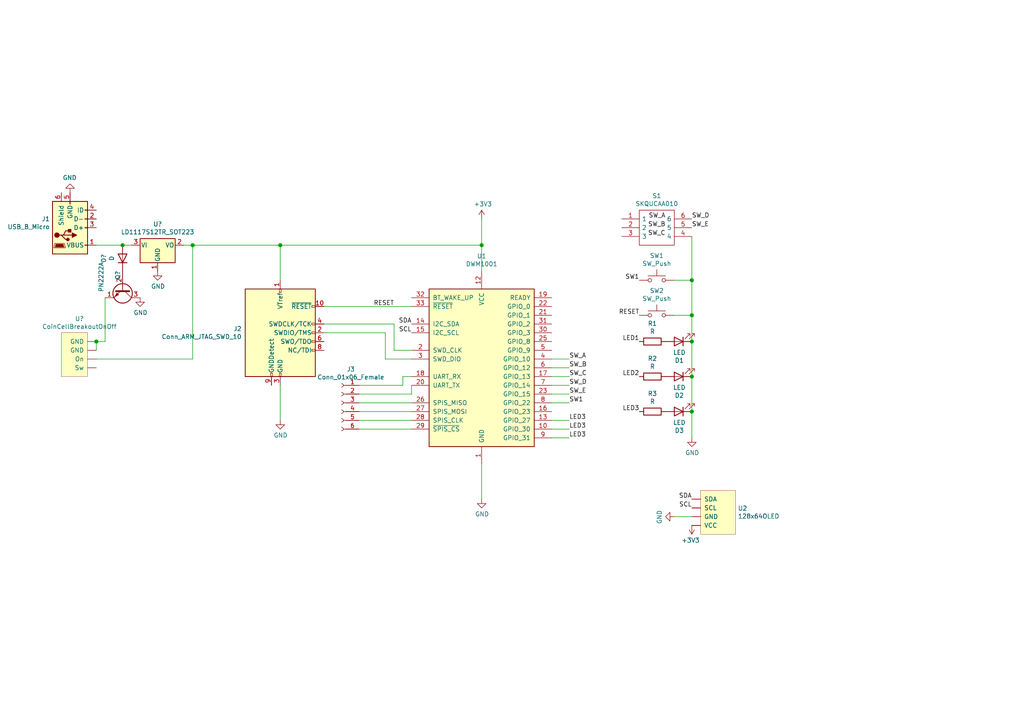
<source format=kicad_sch>
(kicad_sch (version 20200828) (generator eeschema)
  (page 1 1)
  (paper "A4")
  (lib_symbols
    (symbol "Connector:Conn_01x06_Female" (pin_names (offset 1.016) hide)
      (property "Reference" "J" (at 0 7.62 0))
      (property "Value" "Conn_01x06_Female" (at 0 -10.16 0))
      (symbol "Conn_01x06_Female_1_1"
        (arc (start 0 -7.112) (end 0 -8.128) (radius (at 0 -7.62) (length 0.508) (angles 90.1 -90.1)) (stroke (width 0.1524)))
        (arc (start 0 -4.572) (end 0 -5.588) (radius (at 0 -5.08) (length 0.508) (angles 90.1 -90.1)) (stroke (width 0.1524)))
        (arc (start 0 -2.032) (end 0 -3.048) (radius (at 0 -2.54) (length 0.508) (angles 90.1 -90.1)) (stroke (width 0.1524)))
        (arc (start 0 0.508) (end 0 -0.508) (radius (at 0 0) (length 0.508) (angles 90.1 -90.1)) (stroke (width 0.1524)))
        (arc (start 0 3.048) (end 0 2.032) (radius (at 0 2.54) (length 0.508) (angles 90.1 -90.1)) (stroke (width 0.1524)))
        (arc (start 0 5.588) (end 0 4.572) (radius (at 0 5.08) (length 0.508) (angles 90.1 -90.1)) (stroke (width 0.1524)))
        (polyline (pts (xy -1.27 -7.62) (xy -0.508 -7.62)) (stroke (width 0.1524)))
        (polyline (pts (xy -1.27 -5.08) (xy -0.508 -5.08)) (stroke (width 0.1524)))
        (polyline (pts (xy -1.27 -2.54) (xy -0.508 -2.54)) (stroke (width 0.1524)))
        (polyline (pts (xy -1.27 0) (xy -0.508 0)) (stroke (width 0.1524)))
        (polyline (pts (xy -1.27 2.54) (xy -0.508 2.54)) (stroke (width 0.1524)))
        (polyline (pts (xy -1.27 5.08) (xy -0.508 5.08)) (stroke (width 0.1524)))
        (pin passive line (at -5.08 5.08 0) (length 3.81) (name "Pin_1") (number "1"))
        (pin passive line (at -5.08 2.54 0) (length 3.81) (name "Pin_2") (number "2"))
        (pin passive line (at -5.08 0 0) (length 3.81) (name "Pin_3") (number "3"))
        (pin passive line (at -5.08 -2.54 0) (length 3.81) (name "Pin_4") (number "4"))
        (pin passive line (at -5.08 -5.08 0) (length 3.81) (name "Pin_5") (number "5"))
        (pin passive line (at -5.08 -7.62 0) (length 3.81) (name "Pin_6") (number "6"))
      )
    )
    (symbol "Connector:Conn_ARM_JTAG_SWD_10" (pin_names (offset 1.016))
      (property "Reference" "J" (at -2.54 16.51 0))
      (property "Value" "Conn_ARM_JTAG_SWD_10" (at -2.54 13.97 0))
      (symbol "Conn_ARM_JTAG_SWD_10_0_1"
        (rectangle (start -10.16 12.7) (end 10.16 -12.7) (stroke (width 0.254)) (fill (type background)))
        (rectangle (start -2.794 -12.7) (end -2.286 -11.684))
        (rectangle (start -0.254 -12.7) (end 0.254 -11.684))
        (rectangle (start -0.254 12.7) (end 0.254 11.684))
        (rectangle (start 9.144 2.286) (end 10.16 2.794))
        (rectangle (start 10.16 -2.794) (end 9.144 -2.286))
        (rectangle (start 10.16 -0.254) (end 9.144 0.254))
        (rectangle (start 10.16 7.874) (end 9.144 7.366))
      )
      (symbol "Conn_ARM_JTAG_SWD_10_1_1"
        (rectangle (start 9.144 -5.334) (end 10.16 -4.826))
        (pin power_in line (at 0 15.24 270) (length 2.54) (name "VTref") (number "1"))
        (pin open_collector line (at 12.7 7.62 180) (length 2.54) (name "~RESET~") (number "10"))
        (pin bidirectional line (at 12.7 0 180) (length 2.54) (name "SWDIO/TMS") (number "2"))
        (pin power_in line (at 0 -15.24 90) (length 2.54) (name "GND") (number "3"))
        (pin output line (at 12.7 2.54 180) (length 2.54) (name "SWDCLK/TCK") (number "4"))
        (pin passive line (at 0 -15.24 90) (length 2.54) hide (name "GND") (number "5"))
        (pin input line (at 12.7 -2.54 180) (length 2.54) (name "SWO/TDO") (number "6"))
        (pin unconnected line (at -10.16 0 0) (length 2.54) hide (name "KEY") (number "7"))
        (pin output line (at 12.7 -5.08 180) (length 2.54) (name "NC/TDI") (number "8"))
        (pin passive line (at -2.54 -15.24 90) (length 2.54) (name "GNDDetect") (number "9"))
      )
    )
    (symbol "Connector:USB_B_Micro" (pin_names (offset 1.016))
      (property "Reference" "J" (at -5.08 11.43 0))
      (property "Value" "USB_B_Micro" (at -5.08 8.89 0))
      (symbol "USB_B_Micro_0_1"
        (circle (center -3.81 2.159) (radius 0.635) (stroke (width 0.254)) (fill (type outline)))
        (circle (center -0.635 3.429) (radius 0.381) (stroke (width 0.254)) (fill (type outline)))
        (rectangle (start -5.08 -7.62) (end 5.08 7.62) (stroke (width 0.254)) (fill (type background)))
        (rectangle (start -0.127 -7.62) (end 0.127 -6.858))
        (rectangle (start 0.254 1.27) (end -0.508 0.508) (stroke (width 0.254)) (fill (type outline)))
        (rectangle (start 5.08 -5.207) (end 4.318 -4.953))
        (rectangle (start 5.08 -2.667) (end 4.318 -2.413))
        (rectangle (start 5.08 -0.127) (end 4.318 0.127))
        (rectangle (start 5.08 4.953) (end 4.318 5.207))
        (polyline (pts (xy -1.905 2.159) (xy 0.635 2.159)) (stroke (width 0.254)))
        (polyline (pts (xy -3.175 2.159) (xy -2.54 2.159) (xy -1.27 3.429) (xy -0.635 3.429)) (stroke (width 0.254)))
        (polyline (pts (xy -2.54 2.159) (xy -1.905 2.159) (xy -1.27 0.889) (xy 0 0.889)) (stroke (width 0.254)))
        (polyline (pts (xy 0.635 2.794) (xy 0.635 1.524) (xy 1.905 2.159) (xy 0.635 2.794)) (stroke (width 0.254)) (fill (type outline)))
        (polyline (pts (xy -4.318 5.588) (xy -1.778 5.588) (xy -2.032 4.826) (xy -4.064 4.826) (xy -4.318 5.588)) (fill (type outline)))
        (polyline (pts (xy -4.699 5.842) (xy -4.699 5.588) (xy -4.445 4.826) (xy -4.445 4.572) (xy -1.651 4.572) (xy -1.651 4.826) (xy -1.397 5.588) (xy -1.397 5.842) (xy -4.699 5.842)))
      )
      (symbol "USB_B_Micro_1_1"
        (pin power_out line (at 7.62 5.08 180) (length 2.54) (name "VBUS") (number "1"))
        (pin passive line (at 7.62 -2.54 180) (length 2.54) (name "D-") (number "2"))
        (pin passive line (at 7.62 0 180) (length 2.54) (name "D+") (number "3"))
        (pin passive line (at 7.62 -5.08 180) (length 2.54) (name "ID") (number "4"))
        (pin power_out line (at 0 -10.16 90) (length 2.54) (name "GND") (number "5"))
        (pin passive line (at -2.54 -10.16 90) (length 2.54) (name "Shield") (number "6"))
      )
    )
    (symbol "Device:D" (pin_numbers hide) (pin_names (offset 1.016) hide)
      (property "Reference" "D" (at 0 2.54 0))
      (property "Value" "D" (at 0 -2.54 0))
      (symbol "D_0_1"
        (polyline (pts (xy -1.27 1.27) (xy -1.27 -1.27)) (stroke (width 0.254)))
        (polyline (pts (xy 1.27 0) (xy -1.27 0)))
        (polyline (pts (xy 1.27 1.27) (xy 1.27 -1.27) (xy -1.27 0) (xy 1.27 1.27)) (stroke (width 0.254)))
      )
      (symbol "D_1_1"
        (pin passive line (at -3.81 0 0) (length 2.54) (name "K") (number "1"))
        (pin passive line (at 3.81 0 180) (length 2.54) (name "A") (number "2"))
      )
    )
    (symbol "Device:LED" (pin_numbers hide) (pin_names (offset 1.016) hide)
      (property "Reference" "D" (at 0 2.54 0))
      (property "Value" "LED" (at 0 -2.54 0))
      (symbol "LED_0_1"
        (polyline (pts (xy -1.27 -1.27) (xy -1.27 1.27)) (stroke (width 0.254)))
        (polyline (pts (xy -1.27 0) (xy 1.27 0)))
        (polyline (pts (xy 1.27 -1.27) (xy 1.27 1.27) (xy -1.27 0) (xy 1.27 -1.27)) (stroke (width 0.254)))
        (polyline (pts (xy -3.048 -0.762) (xy -4.572 -2.286) (xy -3.81 -2.286) (xy -4.572 -2.286) (xy -4.572 -1.524)))
        (polyline (pts (xy -1.778 -0.762) (xy -3.302 -2.286) (xy -2.54 -2.286) (xy -3.302 -2.286) (xy -3.302 -1.524)))
      )
      (symbol "LED_1_1"
        (pin passive line (at -3.81 0 0) (length 2.54) (name "K") (number "1"))
        (pin passive line (at 3.81 0 180) (length 2.54) (name "A") (number "2"))
      )
    )
    (symbol "Device:R" (pin_numbers hide) (pin_names (offset 0))
      (property "Reference" "R" (at 2.032 0 90))
      (property "Value" "R" (at 0 0 90))
      (symbol "R_0_1"
        (rectangle (start -1.016 -2.54) (end 1.016 2.54) (stroke (width 0.254)))
      )
      (symbol "R_1_1"
        (pin passive line (at 0 3.81 270) (length 1.27) (name "~") (number "1"))
        (pin passive line (at 0 -3.81 90) (length 1.27) (name "~") (number "2"))
      )
    )
    (symbol "RF_Module:DWM1001" (pin_names (offset 1.016))
      (property "Reference" "U" (at -12.7 27.94 0))
      (property "Value" "DWM1001" (at -12.7 25.4 0))
      (symbol "DWM1001_0_1"
        (rectangle (start 15.24 22.86) (end -15.24 -22.86) (stroke (width 0.254)) (fill (type background)))
      )
      (symbol "DWM1001_1_1"
        (pin power_in line (at 0 -27.94 90) (length 5.08) (name "GND") (number "1"))
        (pin bidirectional line (at 20.32 -17.78 180) (length 5.08) (name "GPIO_30") (number "10"))
        (pin passive line (at 0 -27.94 90) (length 5.08) hide (name "GND") (number "11"))
        (pin power_in line (at 0 27.94 270) (length 5.08) (name "VCC") (number "12"))
        (pin bidirectional line (at 20.32 -15.24 180) (length 5.08) (name "GPIO_27") (number "13"))
        (pin bidirectional line (at -20.32 12.7 0) (length 5.08) (name "I2C_SDA") (number "14"))
        (pin output line (at -20.32 10.16 0) (length 5.08) (name "I2C_SCL") (number "15"))
        (pin bidirectional line (at 20.32 -12.7 180) (length 5.08) (name "GPIO_23") (number "16"))
        (pin bidirectional line (at 20.32 -2.54 180) (length 5.08) (name "GPIO_13") (number "17"))
        (pin input line (at -20.32 -2.54 0) (length 5.08) (name "UART_RX") (number "18"))
        (pin output line (at 20.32 20.32 180) (length 5.08) (name "READY") (number "19"))
        (pin input line (at -20.32 5.08 0) (length 5.08) (name "SWD_CLK") (number "2"))
        (pin output line (at -20.32 -5.08 0) (length 5.08) (name "UART_TX") (number "20"))
        (pin bidirectional line (at 20.32 15.24 180) (length 5.08) (name "GPIO_1") (number "21"))
        (pin bidirectional line (at 20.32 17.78 180) (length 5.08) (name "GPIO_0") (number "22"))
        (pin bidirectional line (at 20.32 -7.62 180) (length 5.08) (name "GPIO_15") (number "23"))
        (pin passive line (at 0 -27.94 90) (length 5.08) hide (name "GND") (number "24"))
        (pin bidirectional line (at 20.32 7.62 180) (length 5.08) (name "GPIO_8") (number "25"))
        (pin output line (at -20.32 -10.16 0) (length 5.08) (name "SPIS_MISO") (number "26"))
        (pin tri_state line (at -20.32 -12.7 0) (length 5.08) (name "SPIS_MOSI") (number "27"))
        (pin input line (at -20.32 -15.24 0) (length 5.08) (name "SPIS_CLK") (number "28"))
        (pin input line (at -20.32 -17.78 0) (length 5.08) (name "~SPIS_CS") (number "29"))
        (pin bidirectional line (at -20.32 2.54 0) (length 5.08) (name "SWD_DIO") (number "3"))
        (pin bidirectional line (at 20.32 10.16 180) (length 5.08) (name "GPIO_3") (number "30"))
        (pin bidirectional line (at 20.32 12.7 180) (length 5.08) (name "GPIO_2") (number "31"))
        (pin input line (at -20.32 20.32 0) (length 5.08) (name "BT_WAKE_UP") (number "32"))
        (pin input line (at -20.32 17.78 0) (length 5.08) (name "~RESET") (number "33"))
        (pin passive line (at 0 -27.94 90) (length 5.08) hide (name "GND") (number "34"))
        (pin bidirectional line (at 20.32 2.54 180) (length 5.08) (name "GPIO_10") (number "4"))
        (pin bidirectional line (at 20.32 5.08 180) (length 5.08) (name "GPIO_9") (number "5"))
        (pin bidirectional line (at 20.32 0 180) (length 5.08) (name "GPIO_12") (number "6"))
        (pin bidirectional line (at 20.32 -5.08 180) (length 5.08) (name "GPIO_14") (number "7"))
        (pin bidirectional line (at 20.32 -10.16 180) (length 5.08) (name "GPIO_22") (number "8"))
        (pin bidirectional line (at 20.32 -20.32 180) (length 5.08) (name "GPIO_31") (number "9"))
      )
    )
    (symbol "Regulator_Linear:LD1117S12TR_SOT223" (pin_names (offset 0.254))
      (property "Reference" "U" (at -3.81 3.175 0))
      (property "Value" "LD1117S12TR_SOT223" (at 0 3.175 0))
      (symbol "LD1117S12TR_SOT223_0_1"
        (rectangle (start -5.08 -5.08) (end 5.08 1.905) (stroke (width 0.254)) (fill (type background)))
      )
      (symbol "LD1117S12TR_SOT223_1_1"
        (pin power_in line (at 0 -7.62 90) (length 2.54) (name "GND") (number "1"))
        (pin power_out line (at 7.62 0 180) (length 2.54) (name "VO") (number "2"))
        (pin power_in line (at -7.62 0 0) (length 2.54) (name "VI") (number "3"))
      )
    )
    (symbol "Switch:SW_Push" (pin_numbers hide) (pin_names (offset 1.016) hide)
      (property "Reference" "SW" (at 1.27 2.54 0))
      (property "Value" "SW_Push" (at 0 -1.524 0))
      (symbol "SW_Push_0_1"
        (circle (center -2.032 0) (radius 0.508))
        (circle (center 2.032 0) (radius 0.508))
        (polyline (pts (xy 0 1.27) (xy 0 3.048)))
        (polyline (pts (xy 2.54 1.27) (xy -2.54 1.27)))
        (pin passive line (at -5.08 0 0) (length 2.54) (name "1") (number "1"))
        (pin passive line (at 5.08 0 180) (length 2.54) (name "2") (number "2"))
      )
    )
    (symbol "Transistor_BJT:PN2222A" (pin_names (offset 0) hide)
      (property "Reference" "Q" (at 5.08 1.905 0))
      (property "Value" "PN2222A" (at 5.08 0 0))
      (symbol "PN2222A_0_1"
        (circle (center 1.27 0) (radius 2.8194) (stroke (width 0.254)))
        (polyline (pts (xy 0 0) (xy 0.635 0)))
        (polyline (pts (xy 2.54 -2.54) (xy 0.635 -0.635)))
        (polyline (pts (xy 2.54 2.54) (xy 0.635 0.635)))
        (polyline (pts (xy 0.635 1.905) (xy 0.635 -1.905) (xy 0.635 -1.905)) (stroke (width 0.508)))
        (polyline (pts (xy 2.413 -2.413) (xy 1.905 -1.905) (xy 1.905 -1.905)))
        (polyline (pts (xy 1.143 -1.651) (xy 1.651 -1.143) (xy 2.159 -2.159) (xy 1.143 -1.651) (xy 1.143 -1.651)) (fill (type outline)))
      )
      (symbol "PN2222A_1_1"
        (pin passive line (at 2.54 -5.08 90) (length 2.54) (name "E") (number "1"))
        (pin input line (at -5.08 0 0) (length 5.08) (name "B") (number "2"))
        (pin passive line (at 2.54 5.08 270) (length 2.54) (name "C") (number "3"))
      )
    )
    (symbol "mobile-tag-schematics:128x64OLED" (pin_names (offset 1.016))
      (property "Reference" "U" (at 1.27 -6.35 0))
      (property "Value" "128x64OLED" (at 1.27 -8.89 0))
      (symbol "128x64OLED_0_1"
        (rectangle (start -5.08 0) (end 7.62 -10.16) (stroke (width 0.001)) (fill (type background)))
      )
      (symbol "128x64OLED_1_1"
        (pin bidirectional line (at -2.54 2.54 270) (length 2.54) (name "VCC") (number ""))
        (pin bidirectional line (at 0 2.54 270) (length 2.54) (name "GND") (number ""))
        (pin bidirectional line (at 2.54 2.54 270) (length 2.54) (name "SCL") (number ""))
        (pin bidirectional line (at 5.08 2.54 270) (length 2.54) (name "SDA") (number ""))
      )
    )
    (symbol "mobile-tag-schematics:CoinCellBreakoutOnOff" (pin_names (offset 1.016))
      (property "Reference" "U" (at 10.16 12.7 0))
      (property "Value" "CoinCellBreakoutOnOff" (at -2.54 12.7 0))
      (symbol "CoinCellBreakoutOnOff_0_1"
        (rectangle (start -7.62 -5.08) (end 5.08 -12.7) (stroke (width 0.001)) (fill (type background)))
      )
      (symbol "CoinCellBreakoutOnOff_1_1"
        (pin bidirectional line (at 2.54 -2.54 270) (length 2.54) (name "Sw") (number ""))
        (pin bidirectional line (at 0 -2.54 270) (length 2.54) (name "On") (number ""))
        (pin bidirectional line (at -5.08 -2.54 270) (length 2.54) (name "GND") (number ""))
        (pin bidirectional line (at -2.54 -2.54 270) (length 2.54) (name "GND") (number ""))
      )
    )
    (symbol "mobile-tag-schematics:SKQUCAA010" (pin_names (offset 0.762))
      (property "Reference" "S" (at 16.51 7.62 0))
      (property "Value" "SKQUCAA010" (at 16.51 5.08 0))
      (symbol "SKQUCAA010_0_1"
        (polyline (pts (xy 5.08 2.54) (xy 15.24 2.54) (xy 15.24 -7.62) (xy 5.08 -7.62) (xy 5.08 2.54)) (stroke (width 0.1524)))
      )
      (symbol "SKQUCAA010_0_0"
        (pin passive line (at 0 0 0) (length 5.08) (name "1") (number "1"))
        (pin passive line (at 0 -2.54 0) (length 5.08) (name "2") (number "2"))
        (pin passive line (at 0 -5.08 0) (length 5.08) (name "3") (number "3"))
        (pin passive line (at 20.32 -5.08 180) (length 5.08) (name "4") (number "4"))
        (pin passive line (at 20.32 -2.54 180) (length 5.08) (name "5") (number "5"))
        (pin passive line (at 20.32 0 180) (length 5.08) (name "6") (number "6"))
      )
    )
    (symbol "power:+3.3V" (power) (pin_names (offset 0))
      (property "Value" "+3.3V" (at 0 3.556 0))
      (symbol "+3.3V_0_1"
        (polyline (pts (xy -0.762 1.27) (xy 0 2.54)))
        (polyline (pts (xy 0 0) (xy 0 2.54)))
        (polyline (pts (xy 0 2.54) (xy 0.762 1.27)))
      )
      (symbol "+3.3V_1_1"
        (pin power_in line (at 0 0 90) (length 0) hide (name "+3V3") (number "1"))
      )
    )
    (symbol "power:GND" (power) (pin_names (offset 0))
      (property "Value" "GND" (at 0 -3.81 0))
      (symbol "GND_0_1"
        (polyline (pts (xy 0 0) (xy 0 -1.27) (xy 1.27 -1.27) (xy 0 -2.54) (xy -1.27 -1.27) (xy 0 -1.27)))
      )
      (symbol "GND_1_1"
        (pin power_in line (at 0 0 270) (length 0) hide (name "GND") (number "1"))
      )
    )
  )
  (junction (at 27.94 99.06) (diameter 1.016))
  (junction (at 35.56 71.12) (diameter 1.016))
  (junction (at 55.88 71.12) (diameter 1.016))
  (junction (at 81.28 71.12) (diameter 1.016))
  (junction (at 139.7 71.12) (diameter 1.016))
  (junction (at 200.66 81.28) (diameter 1.016))
  (junction (at 200.66 91.44) (diameter 1.016))
  (junction (at 200.66 99.06) (diameter 1.016))
  (junction (at 200.66 109.22) (diameter 1.016))
  (junction (at 200.66 119.38) (diameter 1.016))
  (wire (pts (xy 27.94 71.12) (xy 35.56 71.12)))
  (wire (pts (xy 27.94 99.06) (xy 27.94 101.6)))
  (wire (pts (xy 27.94 104.14) (xy 55.88 104.14)))
  (wire (pts (xy 30.48 86.36) (xy 30.48 99.06)))
  (wire (pts (xy 30.48 99.06) (xy 27.94 99.06)))
  (wire (pts (xy 35.56 71.12) (xy 38.1 71.12)))
  (wire (pts (xy 53.34 71.12) (xy 55.88 71.12)))
  (wire (pts (xy 55.88 71.12) (xy 81.28 71.12)))
  (wire (pts (xy 55.88 104.14) (xy 55.88 71.12)))
  (wire (pts (xy 81.28 71.12) (xy 139.7 71.12)))
  (wire (pts (xy 81.28 81.28) (xy 81.28 71.12)))
  (wire (pts (xy 81.28 111.76) (xy 81.28 121.92)))
  (wire (pts (xy 93.98 88.9) (xy 119.38 88.9)))
  (wire (pts (xy 93.98 93.98) (xy 114.3 93.98)))
  (wire (pts (xy 93.98 96.52) (xy 111.76 96.52)))
  (wire (pts (xy 104.14 111.76) (xy 116.84 111.76)))
  (wire (pts (xy 104.14 114.3) (xy 119.38 114.3)))
  (wire (pts (xy 104.14 116.84) (xy 119.38 116.84)))
  (wire (pts (xy 104.14 119.38) (xy 119.38 119.38)))
  (wire (pts (xy 104.14 121.92) (xy 119.38 121.92)))
  (wire (pts (xy 104.14 124.46) (xy 119.38 124.46)))
  (wire (pts (xy 111.76 96.52) (xy 111.76 104.14)))
  (wire (pts (xy 111.76 104.14) (xy 119.38 104.14)))
  (wire (pts (xy 114.3 93.98) (xy 114.3 101.6)))
  (wire (pts (xy 114.3 101.6) (xy 119.38 101.6)))
  (wire (pts (xy 116.84 109.22) (xy 119.38 109.22)))
  (wire (pts (xy 116.84 111.76) (xy 116.84 109.22)))
  (wire (pts (xy 119.38 114.3) (xy 119.38 111.76)))
  (wire (pts (xy 139.7 63.5) (xy 139.7 71.12)))
  (wire (pts (xy 139.7 71.12) (xy 139.7 78.74)))
  (wire (pts (xy 139.7 134.62) (xy 139.7 144.78)))
  (wire (pts (xy 160.02 104.14) (xy 165.1 104.14)))
  (wire (pts (xy 160.02 106.68) (xy 165.1 106.68)))
  (wire (pts (xy 160.02 109.22) (xy 165.1 109.22)))
  (wire (pts (xy 160.02 111.76) (xy 165.1 111.76)))
  (wire (pts (xy 160.02 114.3) (xy 165.1 114.3)))
  (wire (pts (xy 160.02 116.84) (xy 165.1 116.84)))
  (wire (pts (xy 160.02 121.92) (xy 165.1 121.92)))
  (wire (pts (xy 160.02 124.46) (xy 165.1 124.46)))
  (wire (pts (xy 160.02 127) (xy 165.1 127)))
  (wire (pts (xy 195.58 81.28) (xy 200.66 81.28)))
  (wire (pts (xy 195.58 91.44) (xy 200.66 91.44)))
  (wire (pts (xy 195.58 149.86) (xy 200.66 149.86)))
  (wire (pts (xy 200.66 68.58) (xy 200.66 81.28)))
  (wire (pts (xy 200.66 91.44) (xy 200.66 81.28)))
  (wire (pts (xy 200.66 99.06) (xy 200.66 91.44)))
  (wire (pts (xy 200.66 99.06) (xy 200.66 109.22)))
  (wire (pts (xy 200.66 109.22) (xy 200.66 119.38)))
  (wire (pts (xy 200.66 119.38) (xy 200.66 127)))
  (label "RESET" (at 114.3 88.9 180))
  (label "SDA" (at 119.38 93.98 180))
  (label "SCL" (at 119.38 96.52 180))
  (label "SW_A" (at 165.1 104.14 0))
  (label "SW_B" (at 165.1 106.68 0))
  (label "SW_C" (at 165.1 109.22 0))
  (label "SW_D" (at 165.1 111.76 0))
  (label "SW_E" (at 165.1 114.3 0))
  (label "SW1" (at 165.1 116.84 0))
  (label "LED3" (at 165.1 121.92 0))
  (label "LED3" (at 165.1 124.46 0))
  (label "LED3" (at 165.1 127 0))
  (label "SW1" (at 185.42 81.28 180))
  (label "RESET" (at 185.42 91.44 180))
  (label "LED1" (at 185.42 99.06 180))
  (label "LED2" (at 185.42 109.22 180))
  (label "LED3" (at 185.42 119.38 180))
  (label "SW_A" (at 193.04 63.5 180))
  (label "SW_B" (at 193.04 66.04 180))
  (label "SW_C" (at 193.04 68.58 180))
  (label "SW_D" (at 200.66 63.5 0))
  (label "SW_E" (at 200.66 66.04 0))
  (label "SDA" (at 200.66 144.78 180))
  (label "SCL" (at 200.66 147.32 180))
  (symbol (lib_id "power:+3.3V") (at 139.7 63.5 0) (unit 1)
    (property "Reference" "#PWR?" (effects hide))
    (property "Value" "+3.3V" (at 140.0683 59.1756 0))
  )
  (symbol (lib_id "power:+3.3V") (at 200.66 152.4 180) (unit 1)
    (property "Reference" "#PWR?" (effects hide))
    (property "Value" "+3.3V" (at 200.2917 156.7244 0))
  )
  (symbol (lib_id "power:GND") (at 20.32 55.88 180) (unit 1)
    (property "Reference" "#PWR?" (effects hide))
    (property "Value" "GND" (at 20.2057 51.5556 0))
  )
  (symbol (lib_id "power:GND") (at 40.64 86.36 0) (unit 1)
    (property "Reference" "#PWR?" (effects hide))
    (property "Value" "GND" (at 40.7543 90.6844 0))
  )
  (symbol (lib_id "power:GND") (at 45.72 78.74 0) (unit 1)
    (property "Reference" "#PWR?" (effects hide))
    (property "Value" "GND" (at 45.8343 83.0644 0))
  )
  (symbol (lib_id "power:GND") (at 81.28 121.92 0) (unit 1)
    (property "Reference" "#PWR0104" (effects hide))
    (property "Value" "GND" (at 81.3943 126.2444 0))
  )
  (symbol (lib_id "power:GND") (at 139.7 144.78 0) (unit 1)
    (property "Reference" "#PWR0101" (effects hide))
    (property "Value" "GND" (at 139.8143 149.1044 0))
  )
  (symbol (lib_id "power:GND") (at 195.58 149.86 270) (unit 1)
    (property "Reference" "#PWR0102" (effects hide))
    (property "Value" "GND" (at 191.2556 149.9743 0))
  )
  (symbol (lib_id "power:GND") (at 200.66 127 0) (unit 1)
    (property "Reference" "#PWR0103" (effects hide))
    (property "Value" "GND" (at 200.7743 131.3244 0))
  )
  (symbol (lib_id "Device:R") (at 189.23 99.06 270) (unit 1)
    (property "Reference" "R1" (at 189.23 93.8338 90))
    (property "Value" "R" (at 189.23 96.1325 90))
  )
  (symbol (lib_id "Device:R") (at 189.23 109.22 270) (unit 1)
    (property "Reference" "R2" (at 189.23 103.9938 90))
    (property "Value" "R" (at 189.23 106.2925 90))
  )
  (symbol (lib_id "Device:R") (at 189.23 119.38 270) (unit 1)
    (property "Reference" "R3" (at 189.23 114.1538 90))
    (property "Value" "R" (at 189.23 116.4525 90))
  )
  (symbol (lib_id "Device:D") (at 35.56 74.93 90) (unit 1)
    (property "Reference" "D?" (at 30.0798 74.93 0))
    (property "Value" "D" (at 32.3785 74.93 0))
  )
  (symbol (lib_id "Device:LED") (at 196.85 99.06 180) (unit 1)
    (property "Reference" "D1" (at 197.0405 104.5402 0))
    (property "Value" "LED" (at 197.0405 102.2415 0))
  )
  (symbol (lib_id "Device:LED") (at 196.85 109.22 180) (unit 1)
    (property "Reference" "D2" (at 197.0405 114.7002 0))
    (property "Value" "LED" (at 197.0405 112.4015 0))
  )
  (symbol (lib_id "Device:LED") (at 196.85 119.38 180) (unit 1)
    (property "Reference" "D3" (at 197.0405 124.8602 0))
    (property "Value" "LED" (at 197.0405 122.5615 0))
  )
  (symbol (lib_id "Switch:SW_Push") (at 190.5 81.28 0) (unit 1)
    (property "Reference" "SW1" (at 190.5 74.1488 0))
    (property "Value" "SW_Push" (at 190.5 76.4475 0))
  )
  (symbol (lib_id "Switch:SW_Push") (at 190.5 91.44 0) (unit 1)
    (property "Reference" "SW2" (at 190.5 84.3088 0))
    (property "Value" "SW_Push" (at 190.5 86.6075 0))
  )
  (symbol (lib_id "Connector:Conn_01x06_Female") (at 99.06 116.84 0) (mirror y) (unit 1)
    (property "Reference" "J3" (at 101.7524 107.0926 0))
    (property "Value" "Conn_01x06_Female" (at 101.7524 109.3913 0))
  )
  (symbol (lib_id "Transistor_BJT:PN2222A") (at 35.56 83.82 270) (unit 1)
    (property "Reference" "Q?" (at 34.1694 78.5115 0) (effects (justify left)))
    (property "Value" "PN2222A" (at 29.3307 75.9715 0) (effects (justify left)))
    (property "Footprint" "Package_TO_SOT_THT:TO-92_Inline" (effects hide))
    (property "Datasheet" "https://www.onsemi.com/pub/Collateral/PN2222-D.PDF" (effects hide))
  )
  (symbol (lib_id "mobile-tag-schematics:CoinCellBreakoutOnOff") (at 30.48 104.14 270) (unit 1)
    (property "Reference" "U?" (at 23.0502 92.4363 90))
    (property "Value" "CoinCellBreakoutOnOff" (at 23.0502 94.735 90))
  )
  (symbol (lib_id "Regulator_Linear:LD1117S12TR_SOT223") (at 45.72 71.12 0) (unit 1)
    (property "Reference" "U?" (at 45.72 65.0048 0))
    (property "Value" "LD1117S12TR_SOT223" (at 45.72 67.3035 0))
    (property "Footprint" "Package_TO_SOT_SMD:SOT-223-3_TabPin2" (effects hide))
    (property "Datasheet" "http://www.st.com/st-web-ui/static/active/en/resource/technical/document/datasheet/CD00000544.pdf" (effects hide))
  )
  (symbol (lib_id "mobile-tag-schematics:128x64OLED") (at 203.2 149.86 90) (unit 1)
    (property "Reference" "U2" (at 213.9956 147.4406 90) (effects (justify right)))
    (property "Value" "128x64OLED" (at 213.9956 149.7393 90) (effects (justify right)))
  )
  (symbol (lib_id "mobile-tag-schematics:SKQUCAA010") (at 180.34 63.5 0) (unit 1)
    (property "Reference" "S1" (at 190.5 56.8006 0))
    (property "Value" "SKQUCAA010" (at 190.5 59.0993 0))
    (property "Footprint" "SKQUCAA010" (effects hide))
    (property "Datasheet" "https://www.mouser.co.uk/datasheet/2/15/skqu-1155891.pdf" (effects hide))
    (property "Description" "Alps, SKQUCAA010, 2 Way Joystick Switch Plunger, Momentary, 12V dc" (effects hide))
    (property "Height" "10" (effects hide))
    (property "Manufacturer_Name" "ALPS" (effects hide))
    (property "Manufacturer_Part_Number" "SKQUCAA010" (effects hide))
    (property "Mouser Part Number" "688-SKQUCA" (effects hide))
    (property "Mouser Price/Stock" "https://www.mouser.co.uk/ProductDetail/ALPS/SKQUCAA010?qs=N5Jky1br14PIN8L1H%2F2niA%3D%3D" (effects hide))
  )
  (symbol (lib_id "Connector:USB_B_Micro") (at 20.32 66.04 0) (mirror x) (unit 1)
    (property "Reference" "J1" (at 14.4779 63.4936 0) (effects (justify right)))
    (property "Value" "USB_B_Micro" (at 14.4779 65.7923 0) (effects (justify right)))
  )
  (symbol (lib_id "Connector:Conn_ARM_JTAG_SWD_10") (at 81.28 96.52 0) (unit 1)
    (property "Reference" "J2" (at 70.1039 95.3706 0) (effects (justify right)))
    (property "Value" "Conn_ARM_JTAG_SWD_10" (at 70.1039 97.6693 0) (effects (justify right)))
    (property "Datasheet" "http://infocenter.arm.com/help/topic/com.arm.doc.ddi0314h/DDI0314H_coresight_components_trm.pdf" (effects hide))
  )
  (symbol (lib_id "RF_Module:DWM1001") (at 139.7 106.68 0) (unit 1)
    (property "Reference" "U1" (at 139.7 74.2758 0))
    (property "Value" "DWM1001" (at 139.7 76.5745 0))
    (property "Footprint" "RF_Module:DecaWave_DWM1001" (effects hide))
    (property "Datasheet" "https://www.decawave.com/sites/default/files/dwm1001_datasheet.pdf" (effects hide))
  )
)
</source>
